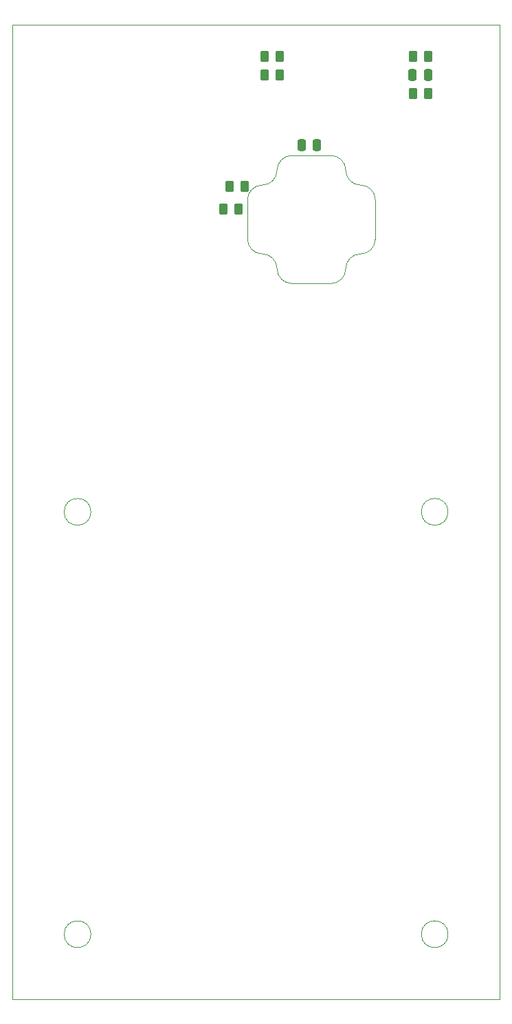
<source format=gbr>
%TF.GenerationSoftware,KiCad,Pcbnew,(6.0.11)*%
%TF.CreationDate,2023-06-04T21:12:16-05:00*%
%TF.ProjectId,Payload-Easy,5061796c-6f61-4642-9d45-6173792e6b69,1*%
%TF.SameCoordinates,Original*%
%TF.FileFunction,Paste,Bot*%
%TF.FilePolarity,Positive*%
%FSLAX46Y46*%
G04 Gerber Fmt 4.6, Leading zero omitted, Abs format (unit mm)*
G04 Created by KiCad (PCBNEW (6.0.11)) date 2023-06-04 21:12:16*
%MOMM*%
%LPD*%
G01*
G04 APERTURE LIST*
G04 Aperture macros list*
%AMRoundRect*
0 Rectangle with rounded corners*
0 $1 Rounding radius*
0 $2 $3 $4 $5 $6 $7 $8 $9 X,Y pos of 4 corners*
0 Add a 4 corners polygon primitive as box body*
4,1,4,$2,$3,$4,$5,$6,$7,$8,$9,$2,$3,0*
0 Add four circle primitives for the rounded corners*
1,1,$1+$1,$2,$3*
1,1,$1+$1,$4,$5*
1,1,$1+$1,$6,$7*
1,1,$1+$1,$8,$9*
0 Add four rect primitives between the rounded corners*
20,1,$1+$1,$2,$3,$4,$5,0*
20,1,$1+$1,$4,$5,$6,$7,0*
20,1,$1+$1,$6,$7,$8,$9,0*
20,1,$1+$1,$8,$9,$2,$3,0*%
G04 Aperture macros list end*
%TA.AperFunction,Profile*%
%ADD10C,0.100000*%
%TD*%
%TA.AperFunction,Profile*%
%ADD11C,0.010000*%
%TD*%
%ADD12RoundRect,0.250000X-0.262500X-0.450000X0.262500X-0.450000X0.262500X0.450000X-0.262500X0.450000X0*%
%ADD13RoundRect,0.250000X0.262500X0.450000X-0.262500X0.450000X-0.262500X-0.450000X0.262500X-0.450000X0*%
%ADD14RoundRect,0.250000X0.250000X0.475000X-0.250000X0.475000X-0.250000X-0.475000X0.250000X-0.475000X0*%
G04 APERTURE END LIST*
D10*
X163650000Y-100000000D02*
G75*
G03*
X163650000Y-100000000I-1650000J0D01*
G01*
X163650000Y-152000000D02*
G75*
G03*
X163650000Y-152000000I-1650000J0D01*
G01*
X110000000Y-40000000D02*
X170000000Y-40000000D01*
X170000000Y-40000000D02*
X170000000Y-160000000D01*
X170000000Y-160000000D02*
X110000000Y-160000000D01*
X110000000Y-160000000D02*
X110000000Y-40000000D01*
X119650000Y-152000000D02*
G75*
G03*
X119650000Y-152000000I-1650000J0D01*
G01*
X119650000Y-100000000D02*
G75*
G03*
X119650000Y-100000000I-1650000J0D01*
G01*
D11*
%TO.C,U103*%
X144397000Y-71883000D02*
X149227000Y-71883000D01*
X154687000Y-66423000D02*
X154687000Y-61593000D01*
X138937000Y-61593000D02*
X138937000Y-66423000D01*
X149227000Y-56133000D02*
X144397000Y-56133000D01*
X151047000Y-57953000D02*
G75*
G03*
X152867000Y-59773000I1820000J0D01*
G01*
X138937000Y-66423000D02*
G75*
G03*
X140757000Y-68243000I1820001J1D01*
G01*
X152867000Y-68243000D02*
G75*
G03*
X154687000Y-66423000I0J1820000D01*
G01*
X140757000Y-59773000D02*
G75*
G03*
X138937000Y-61593000I1J-1820001D01*
G01*
X149227000Y-71883000D02*
G75*
G03*
X151047000Y-70063000I0J1820000D01*
G01*
X140757000Y-59773000D02*
G75*
G03*
X142577000Y-57953000I-1J1820001D01*
G01*
X154687000Y-61593000D02*
G75*
G03*
X152867000Y-59773000I-1820000J0D01*
G01*
X142577000Y-70063000D02*
G75*
G03*
X144397000Y-71883000I1820001J1D01*
G01*
X151047000Y-57953000D02*
G75*
G03*
X149227000Y-56133000I-1820000J0D01*
G01*
X152867000Y-68243000D02*
G75*
G03*
X151047000Y-70063000I0J-1820000D01*
G01*
X144397000Y-56133000D02*
G75*
G03*
X142577000Y-57953000I1J-1820001D01*
G01*
X142577000Y-70063000D02*
G75*
G03*
X140757000Y-68243000I-1820001J-1D01*
G01*
%TD*%
D12*
%TO.C,R106*%
X159357000Y-43942000D03*
X161182000Y-43942000D03*
%TD*%
D13*
%TO.C,R108*%
X161182000Y-48514000D03*
X159357000Y-48514000D03*
%TD*%
%TO.C,R102*%
X142894000Y-43942000D03*
X141069000Y-43942000D03*
%TD*%
D14*
%TO.C,C104*%
X147508000Y-54864000D03*
X145608000Y-54864000D03*
%TD*%
%TO.C,C105*%
X161169500Y-46220000D03*
X159269500Y-46220000D03*
%TD*%
D13*
%TO.C,R107*%
X137818500Y-62738000D03*
X135993500Y-62738000D03*
%TD*%
%TO.C,R104*%
X142894000Y-46228000D03*
X141069000Y-46228000D03*
%TD*%
%TO.C,R105*%
X138576000Y-59944000D03*
X136751000Y-59944000D03*
%TD*%
M02*

</source>
